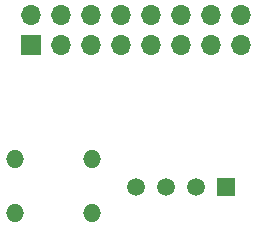
<source format=gbs>
%TF.GenerationSoftware,KiCad,Pcbnew,(5.1.9)-1*%
%TF.CreationDate,2022-01-01T15:39:13-06:00*%
%TF.ProjectId,RaspberryPiHAT,52617370-6265-4727-9279-50694841542e,1*%
%TF.SameCoordinates,Original*%
%TF.FileFunction,Soldermask,Bot*%
%TF.FilePolarity,Negative*%
%FSLAX46Y46*%
G04 Gerber Fmt 4.6, Leading zero omitted, Abs format (unit mm)*
G04 Created by KiCad (PCBNEW (5.1.9)-1) date 2022-01-01 15:39:13*
%MOMM*%
%LPD*%
G01*
G04 APERTURE LIST*
%ADD10O,1.700000X1.700000*%
%ADD11R,1.700000X1.700000*%
%ADD12O,1.524000X1.524000*%
%ADD13R,1.500000X1.500000*%
%ADD14C,1.500000*%
G04 APERTURE END LIST*
D10*
%TO.C,J1*%
X222885000Y-60579000D03*
X222885000Y-63119000D03*
X220345000Y-60579000D03*
X220345000Y-63119000D03*
X217805000Y-60579000D03*
X217805000Y-63119000D03*
X215265000Y-60579000D03*
X215265000Y-63119000D03*
X212725000Y-60579000D03*
X212725000Y-63119000D03*
X210185000Y-60579000D03*
X210185000Y-63119000D03*
X207645000Y-60579000D03*
X207645000Y-63119000D03*
X205105000Y-60579000D03*
D11*
X205105000Y-63119000D03*
%TD*%
D12*
%TO.C,SW1*%
X203758800Y-72798800D03*
X210261200Y-72798800D03*
X203758800Y-77320000D03*
X210261200Y-77320000D03*
%TD*%
D13*
%TO.C,U1*%
X221627500Y-75184000D03*
D14*
X219087500Y-75184000D03*
X216547500Y-75184000D03*
X214007500Y-75184000D03*
%TD*%
M02*

</source>
